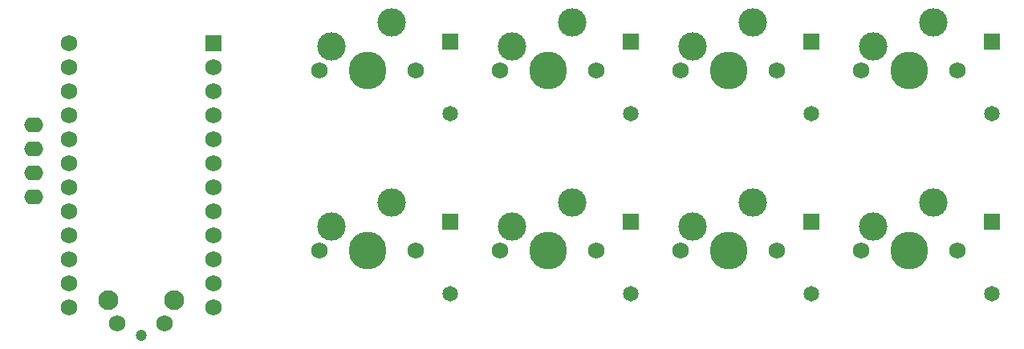
<source format=gbr>
%TF.GenerationSoftware,KiCad,Pcbnew,(6.99.0)*%
%TF.CreationDate,2021-12-30T19:51:54+01:00*%
%TF.ProjectId,TurtlePad,54757274-6c65-4506-9164-2e6b69636164,rev?*%
%TF.SameCoordinates,Original*%
%TF.FileFunction,Soldermask,Top*%
%TF.FilePolarity,Negative*%
%FSLAX46Y46*%
G04 Gerber Fmt 4.6, Leading zero omitted, Abs format (unit mm)*
G04 Created by KiCad (PCBNEW (6.99.0)) date 2021-12-30 19:51:54*
%MOMM*%
%LPD*%
G01*
G04 APERTURE LIST*
%ADD10O,2.000000X1.600000*%
%ADD11C,1.651000*%
%ADD12R,1.651000X1.651000*%
%ADD13C,3.000000*%
%ADD14C,1.750000*%
%ADD15C,3.987800*%
%ADD16R,1.752600X1.752600*%
%ADD17C,1.752600*%
%ADD18C,2.100000*%
%ADD19C,1.200000*%
G04 APERTURE END LIST*
D10*
%TO.C,OL1*%
X99794750Y-100743250D03*
X99794750Y-98203250D03*
X99794750Y-95663250D03*
X99794750Y-93123250D03*
%TD*%
D11*
%TO.C,D2*%
X181800500Y-91948000D03*
D12*
X181800500Y-84328000D03*
%TD*%
D11*
%TO.C,D3*%
X162750500Y-91948000D03*
D12*
X162750500Y-84328000D03*
%TD*%
D11*
%TO.C,D4*%
X143700500Y-91948000D03*
D12*
X143700500Y-84328000D03*
%TD*%
D11*
%TO.C,D5*%
X200850500Y-110998000D03*
D12*
X200850500Y-103378000D03*
%TD*%
D11*
%TO.C,D6*%
X181800500Y-110998000D03*
D12*
X181800500Y-103378000D03*
%TD*%
D11*
%TO.C,D7*%
X162750500Y-110998000D03*
D12*
X162750500Y-103378000D03*
%TD*%
D11*
%TO.C,D8*%
X143700500Y-110998000D03*
D12*
X143700500Y-103378000D03*
%TD*%
D13*
%TO.C,MX1*%
X194659250Y-82264250D03*
D14*
X197199250Y-87344250D03*
D15*
X192119250Y-87344250D03*
D14*
X187039250Y-87344250D03*
D13*
X188309250Y-84804250D03*
%TD*%
D14*
%TO.C,MX2*%
X167989250Y-87344250D03*
D15*
X173069250Y-87344250D03*
D14*
X178149250Y-87344250D03*
D13*
X169259250Y-84804250D03*
X175609250Y-82264250D03*
%TD*%
D15*
%TO.C,MX3*%
X154019250Y-87344250D03*
D13*
X156559250Y-82264250D03*
D14*
X159099250Y-87344250D03*
D13*
X150209250Y-84804250D03*
D14*
X148939250Y-87344250D03*
%TD*%
D13*
%TO.C,MX5*%
X188309250Y-103854250D03*
D14*
X197199250Y-106394250D03*
D13*
X194659250Y-101314250D03*
D15*
X192119250Y-106394250D03*
D14*
X187039250Y-106394250D03*
%TD*%
D13*
%TO.C,MX6*%
X175609250Y-101314250D03*
X169259250Y-103854250D03*
D15*
X173069250Y-106394250D03*
D14*
X167989250Y-106394250D03*
X178149250Y-106394250D03*
%TD*%
%TO.C,MX7*%
X148939250Y-106394250D03*
X159099250Y-106394250D03*
D15*
X154019250Y-106394250D03*
D13*
X156559250Y-101314250D03*
X150209250Y-103854250D03*
%TD*%
D15*
%TO.C,MX8*%
X134969250Y-106394250D03*
D13*
X131159250Y-103854250D03*
X137509250Y-101314250D03*
D14*
X140049250Y-106394250D03*
X129889250Y-106394250D03*
%TD*%
D11*
%TO.C,D1*%
X200850500Y-91948000D03*
D12*
X200850500Y-84328000D03*
%TD*%
D13*
%TO.C,MX4*%
X137509250Y-82264250D03*
X131159250Y-84804250D03*
D14*
X140049250Y-87344250D03*
X129889250Y-87344250D03*
D15*
X134969250Y-87344250D03*
%TD*%
D16*
%TO.C,U1*%
X118776750Y-84486750D03*
D17*
X118776750Y-87026750D03*
X118776750Y-89566750D03*
X118776750Y-92106750D03*
X118776750Y-94646750D03*
X118776750Y-97186750D03*
X118776750Y-99726750D03*
X118776750Y-102266750D03*
X118776750Y-104806750D03*
X118776750Y-107346750D03*
X118776750Y-109886750D03*
X118776750Y-112426750D03*
X103536750Y-112426750D03*
X103536750Y-109886750D03*
X103536750Y-107346750D03*
X103536750Y-104806750D03*
X103536750Y-102266750D03*
X103536750Y-99726750D03*
X103536750Y-97186750D03*
X103536750Y-94646750D03*
X103536750Y-92106750D03*
X103536750Y-89566750D03*
X103536750Y-87026750D03*
X103536750Y-84486750D03*
%TD*%
D18*
%TO.C,SW1*%
X107616750Y-111651250D03*
D19*
X111116750Y-115351250D03*
D18*
X114626750Y-111651250D03*
D14*
X108616750Y-114141250D03*
X113616750Y-114141250D03*
%TD*%
M02*

</source>
